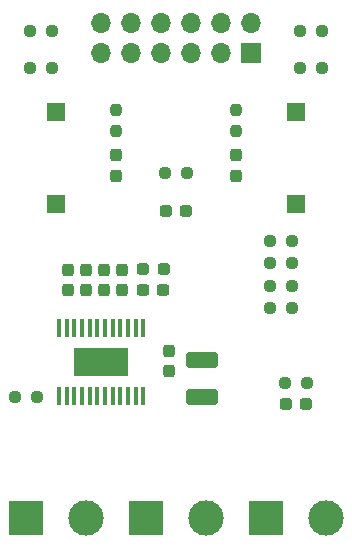
<source format=gts>
G04 #@! TF.GenerationSoftware,KiCad,Pcbnew,7.0.9-7.0.9~ubuntu20.04.1*
G04 #@! TF.CreationDate,2024-01-18T00:40:07+01:00*
G04 #@! TF.ProjectId,kicad-pmod_bldc,6b696361-642d-4706-9d6f-645f626c6463,1.0*
G04 #@! TF.SameCoordinates,Original*
G04 #@! TF.FileFunction,Soldermask,Top*
G04 #@! TF.FilePolarity,Negative*
%FSLAX46Y46*%
G04 Gerber Fmt 4.6, Leading zero omitted, Abs format (unit mm)*
G04 Created by KiCad (PCBNEW 7.0.9-7.0.9~ubuntu20.04.1) date 2024-01-18 00:40:07*
%MOMM*%
%LPD*%
G01*
G04 APERTURE LIST*
G04 Aperture macros list*
%AMRoundRect*
0 Rectangle with rounded corners*
0 $1 Rounding radius*
0 $2 $3 $4 $5 $6 $7 $8 $9 X,Y pos of 4 corners*
0 Add a 4 corners polygon primitive as box body*
4,1,4,$2,$3,$4,$5,$6,$7,$8,$9,$2,$3,0*
0 Add four circle primitives for the rounded corners*
1,1,$1+$1,$2,$3*
1,1,$1+$1,$4,$5*
1,1,$1+$1,$6,$7*
1,1,$1+$1,$8,$9*
0 Add four rect primitives between the rounded corners*
20,1,$1+$1,$2,$3,$4,$5,0*
20,1,$1+$1,$4,$5,$6,$7,0*
20,1,$1+$1,$6,$7,$8,$9,0*
20,1,$1+$1,$8,$9,$2,$3,0*%
G04 Aperture macros list end*
%ADD10RoundRect,0.237500X0.250000X0.237500X-0.250000X0.237500X-0.250000X-0.237500X0.250000X-0.237500X0*%
%ADD11RoundRect,0.237500X0.237500X-0.287500X0.237500X0.287500X-0.237500X0.287500X-0.237500X-0.287500X0*%
%ADD12RoundRect,0.237500X-0.287500X-0.237500X0.287500X-0.237500X0.287500X0.237500X-0.287500X0.237500X0*%
%ADD13RoundRect,0.237500X-0.237500X0.300000X-0.237500X-0.300000X0.237500X-0.300000X0.237500X0.300000X0*%
%ADD14R,1.500000X1.500000*%
%ADD15R,1.700000X1.700000*%
%ADD16O,1.700000X1.700000*%
%ADD17RoundRect,0.237500X-0.250000X-0.237500X0.250000X-0.237500X0.250000X0.237500X-0.250000X0.237500X0*%
%ADD18R,3.000000X3.000000*%
%ADD19C,3.000000*%
%ADD20RoundRect,0.237500X-0.300000X-0.237500X0.300000X-0.237500X0.300000X0.237500X-0.300000X0.237500X0*%
%ADD21RoundRect,0.237500X-0.237500X0.250000X-0.237500X-0.250000X0.237500X-0.250000X0.237500X0.250000X0*%
%ADD22RoundRect,0.250000X1.100000X-0.412500X1.100000X0.412500X-1.100000X0.412500X-1.100000X-0.412500X0*%
%ADD23R,4.680000X2.400000*%
%ADD24RoundRect,0.100000X-0.100000X0.687500X-0.100000X-0.687500X0.100000X-0.687500X0.100000X0.687500X0*%
%ADD25RoundRect,0.237500X0.237500X-0.300000X0.237500X0.300000X-0.237500X0.300000X-0.237500X-0.300000X0*%
%ADD26RoundRect,0.237500X-0.237500X0.287500X-0.237500X-0.287500X0.237500X-0.287500X0.237500X0.287500X0*%
G04 APERTURE END LIST*
D10*
X102512500Y-86233000D03*
X100687500Y-86233000D03*
X124102500Y-73025000D03*
X122277500Y-73025000D03*
D11*
X109220000Y-67550000D03*
X109220000Y-65800000D03*
D12*
X123585000Y-86868000D03*
X125335000Y-86868000D03*
D13*
X106680000Y-75491000D03*
X106680000Y-77216000D03*
D14*
X104140000Y-62140000D03*
X104140000Y-69940000D03*
D15*
X120650000Y-57150000D03*
D16*
X120650000Y-54610000D03*
X118110000Y-57150000D03*
X118110000Y-54610000D03*
X115570000Y-57150000D03*
X115570000Y-54610000D03*
X113030000Y-57150000D03*
X113030000Y-54610000D03*
X110490000Y-57150000D03*
X110490000Y-54610000D03*
X107950000Y-57150000D03*
X107950000Y-54610000D03*
D17*
X124817500Y-55245000D03*
X126642500Y-55245000D03*
D18*
X121920000Y-96520000D03*
D19*
X127000000Y-96520000D03*
D20*
X111506000Y-77216000D03*
X113231000Y-77216000D03*
D10*
X124102500Y-78740000D03*
X122277500Y-78740000D03*
D12*
X111506000Y-75438000D03*
X113256000Y-75438000D03*
D18*
X101600000Y-96520000D03*
D19*
X106680000Y-96520000D03*
D21*
X109220000Y-61952500D03*
X109220000Y-63777500D03*
D22*
X116459000Y-86233000D03*
X116459000Y-83108000D03*
D10*
X124102500Y-74930000D03*
X122277500Y-74930000D03*
D13*
X105156000Y-75491000D03*
X105156000Y-77216000D03*
D17*
X113387500Y-67310000D03*
X115212500Y-67310000D03*
D10*
X124102500Y-76835000D03*
X122277500Y-76835000D03*
D13*
X108204000Y-75491000D03*
X108204000Y-77216000D03*
D11*
X119380000Y-67550000D03*
X119380000Y-65800000D03*
D21*
X119380000Y-61952500D03*
X119380000Y-63777500D03*
D12*
X113425000Y-70485000D03*
X115175000Y-70485000D03*
D10*
X103782500Y-58420000D03*
X101957500Y-58420000D03*
D23*
X107950000Y-83312000D03*
D24*
X111525000Y-80449500D03*
X110875000Y-80449500D03*
X110225000Y-80449500D03*
X109575000Y-80449500D03*
X108925000Y-80449500D03*
X108275000Y-80449500D03*
X107625000Y-80449500D03*
X106975000Y-80449500D03*
X106325000Y-80449500D03*
X105675000Y-80449500D03*
X105025000Y-80449500D03*
X104375000Y-80449500D03*
X104375000Y-86174500D03*
X105025000Y-86174500D03*
X105675000Y-86174500D03*
X106325000Y-86174500D03*
X106975000Y-86174500D03*
X107625000Y-86174500D03*
X108275000Y-86174500D03*
X108925000Y-86174500D03*
X109575000Y-86174500D03*
X110225000Y-86174500D03*
X110875000Y-86174500D03*
X111525000Y-86174500D03*
D14*
X124460000Y-62140000D03*
X124460000Y-69940000D03*
D10*
X103782500Y-55245000D03*
X101957500Y-55245000D03*
D25*
X113665000Y-84047500D03*
X113665000Y-82322500D03*
D26*
X109728000Y-75466000D03*
X109728000Y-77216000D03*
D17*
X123547500Y-85090000D03*
X125372500Y-85090000D03*
X124817500Y-58420000D03*
X126642500Y-58420000D03*
D18*
X111760000Y-96520000D03*
D19*
X116840000Y-96520000D03*
M02*

</source>
